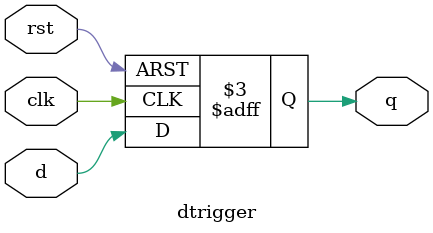
<source format=v>

module dtrigger(
    input d,
    input clk,
    input rst,
    output reg q
);

    // async reset:
    always @ (posedge clk or negedge rst) begin
        if (rst == 1'b0)
            q <= 0;
        else
            q <= d;
	 end

    // sync reset:
//    always @ (posedge clk) begin
//        if (rst == 1'b0)
//            q <= 0;
//        else
//            q <= d;
//	   end

endmodule

</source>
